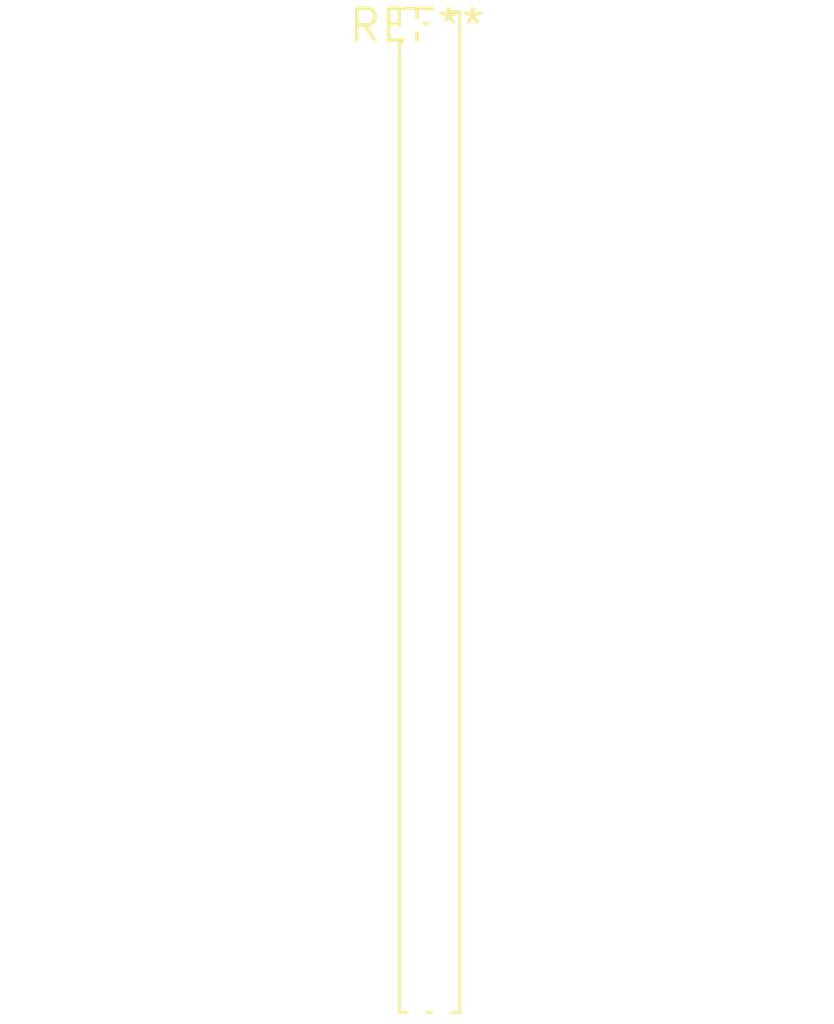
<source format=kicad_pcb>
(kicad_pcb (version 20240108) (generator pcbnew)
  (layers (0 "F.Cu" signal) (31 "B.Cu" signal) (34 "B.Paste" user) (35 "F.Paste" user) (36 "B.SilkS" user "B.Silkscreen") (37 "F.SilkS" user "F.Silkscreen") (38 "B.Mask" user) (39 "F.Mask" user) (44 "Edge.Cuts" user))
  (net 0 "")
  (footprint "PinHeader_2x40_P1.00mm_Vertical" (layer "F.Cu") (at 0 0)
    (property "Reference" "REF**")
    (property "Value" "PinHeader_2x40_P1.00mm_Vertical")
    (fp_line (start -0.71 -0.685) (end 0 -0.685) (layer "F.SilkS") (stroke (width 0.12)))
    (fp_line (start -0.71 0) (end -0.71 -0.685) (layer "F.SilkS") (stroke (width 0.12)))
    (fp_line (start -0.71 0.685) (end -0.71 39.56) (layer "F.SilkS") (stroke (width 0.12)))
    (fp_line (start -0.71 0.685) (end -0.608276 0.685) (layer "F.SilkS") (stroke (width 0.12)))
    (fp_line (start -0.71 39.56) (end -0.394493 39.56) (layer "F.SilkS") (stroke (width 0.12)))
    (fp_line (start 0.394493 39.56) (end 0.605507 39.56) (layer "F.SilkS") (stroke (width 0.12)))
    (fp_line (start 1.394493 -0.56) (end 1.71 -0.56) (layer "F.SilkS") (stroke (width 0.12)))
    (fp_line (start 1.394493 39.56) (end 1.71 39.56) (layer "F.SilkS") (stroke (width 0.12)))
    (fp_line (start 1.71 -0.56) (end 1.71 39.56) (layer "F.SilkS") (stroke (width 0.12)))
    (pad "1" thru_hole rect (at 0 0) (size 0.85 0.85) (drill 0.5) (layers *.Cu *.Mask) (remove_unused_layers))
    (pad "2" thru_hole oval (at 1 0) (size 0.85 0.85) (drill 0.5) (layers *.Cu *.Mask) (remove_unused_layers))
    (pad "3" thru_hole oval (at 0 1) (size 0.85 0.85) (drill 0.5) (layers *.Cu *.Mask) (remove_unused_layers))
    (pad "4" thru_hole oval (at 1 1) (size 0.85 0.85) (drill 0.5) (layers *.Cu *.Mask) (remove_unused_layers))
    (pad "5" thru_hole oval (at 0 2) (size 0.85 0.85) (drill 0.5) (layers *.Cu *.Mask) (remove_unused_layers))
    (pad "6" thru_hole oval (at 1 2) (size 0.85 0.85) (drill 0.5) (layers *.Cu *.Mask) (remove_unused_layers))
    (pad "7" thru_hole oval (at 0 3) (size 0.85 0.85) (drill 0.5) (layers *.Cu *.Mask) (remove_unused_layers))
    (pad "8" thru_hole oval (at 1 3) (size 0.85 0.85) (drill 0.5) (layers *.Cu *.Mask) (remove_unused_layers))
    (pad "9" thru_hole oval (at 0 4) (size 0.85 0.85) (drill 0.5) (layers *.Cu *.Mask) (remove_unused_layers))
    (pad "10" thru_hole oval (at 1 4) (size 0.85 0.85) (drill 0.5) (layers *.Cu *.Mask) (remove_unused_layers))
    (pad "11" thru_hole oval (at 0 5) (size 0.85 0.85) (drill 0.5) (layers *.Cu *.Mask) (remove_unused_layers))
    (pad "12" thru_hole oval (at 1 5) (size 0.85 0.85) (drill 0.5) (layers *.Cu *.Mask) (remove_unused_layers))
    (pad "13" thru_hole oval (at 0 6) (size 0.85 0.85) (drill 0.5) (layers *.Cu *.Mask) (remove_unused_layers))
    (pad "14" thru_hole oval (at 1 6) (size 0.85 0.85) (drill 0.5) (layers *.Cu *.Mask) (remove_unused_layers))
    (pad "15" thru_hole oval (at 0 7) (size 0.85 0.85) (drill 0.5) (layers *.Cu *.Mask) (remove_unused_layers))
    (pad "16" thru_hole oval (at 1 7) (size 0.85 0.85) (drill 0.5) (layers *.Cu *.Mask) (remove_unused_layers))
    (pad "17" thru_hole oval (at 0 8) (size 0.85 0.85) (drill 0.5) (layers *.Cu *.Mask) (remove_unused_layers))
    (pad "18" thru_hole oval (at 1 8) (size 0.85 0.85) (drill 0.5) (layers *.Cu *.Mask) (remove_unused_layers))
    (pad "19" thru_hole oval (at 0 9) (size 0.85 0.85) (drill 0.5) (layers *.Cu *.Mask) (remove_unused_layers))
    (pad "20" thru_hole oval (at 1 9) (size 0.85 0.85) (drill 0.5) (layers *.Cu *.Mask) (remove_unused_layers))
    (pad "21" thru_hole oval (at 0 10) (size 0.85 0.85) (drill 0.5) (layers *.Cu *.Mask) (remove_unused_layers))
    (pad "22" thru_hole oval (at 1 10) (size 0.85 0.85) (drill 0.5) (layers *.Cu *.Mask) (remove_unused_layers))
    (pad "23" thru_hole oval (at 0 11) (size 0.85 0.85) (drill 0.5) (layers *.Cu *.Mask) (remove_unused_layers))
    (pad "24" thru_hole oval (at 1 11) (size 0.85 0.85) (drill 0.5) (layers *.Cu *.Mask) (remove_unused_layers))
    (pad "25" thru_hole oval (at 0 12) (size 0.85 0.85) (drill 0.5) (layers *.Cu *.Mask) (remove_unused_layers))
    (pad "26" thru_hole oval (at 1 12) (size 0.85 0.85) (drill 0.5) (layers *.Cu *.Mask) (remove_unused_layers))
    (pad "27" thru_hole oval (at 0 13) (size 0.85 0.85) (drill 0.5) (layers *.Cu *.Mask) (remove_unused_layers))
    (pad "28" thru_hole oval (at 1 13) (size 0.85 0.85) (drill 0.5) (layers *.Cu *.Mask) (remove_unused_layers))
    (pad "29" thru_hole oval (at 0 14) (size 0.85 0.85) (drill 0.5) (layers *.Cu *.Mask) (remove_unused_layers))
    (pad "30" thru_hole oval (at 1 14) (size 0.85 0.85) (drill 0.5) (layers *.Cu *.Mask) (remove_unused_layers))
    (pad "31" thru_hole oval (at 0 15) (size 0.85 0.85) (drill 0.5) (layers *.Cu *.Mask) (remove_unused_layers))
    (pad "32" thru_hole oval (at 1 15) (size 0.85 0.85) (drill 0.5) (layers *.Cu *.Mask) (remove_unused_layers))
    (pad "33" thru_hole oval (at 0 16) (size 0.85 0.85) (drill 0.5) (layers *.Cu *.Mask) (remove_unused_layers))
    (pad "34" thru_hole oval (at 1 16) (size 0.85 0.85) (drill 0.5) (layers *.Cu *.Mask) (remove_unused_layers))
    (pad "35" thru_hole oval (at 0 17) (size 0.85 0.85) (drill 0.5) (layers *.Cu *.Mask) (remove_unused_layers))
    (pad "36" thru_hole oval (at 1 17) (size 0.85 0.85) (drill 0.5) (layers *.Cu *.Mask) (remove_unused_layers))
    (pad "37" thru_hole oval (at 0 18) (size 0.85 0.85) (drill 0.5) (layers *.Cu *.Mask) (remove_unused_layers))
    (pad "38" thru_hole oval (at 1 18) (size 0.85 0.85) (drill 0.5) (layers *.Cu *.Mask) (remove_unused_layers))
    (pad "39" thru_hole oval (at 0 19) (size 0.85 0.85) (drill 0.5) (layers *.Cu *.Mask) (remove_unused_layers))
    (pad "40" thru_hole oval (at 1 19) (size 0.85 0.85) (drill 0.5) (layers *.Cu *.Mask) (remove_unused_layers))
    (pad "41" thru_hole oval (at 0 20) (size 0.85 0.85) (drill 0.5) (layers *.Cu *.Mask) (remove_unused_layers))
    (pad "42" thru_hole oval (at 1 20) (size 0.85 0.85) (drill 0.5) (layers *.Cu *.Mask) (remove_unused_layers))
    (pad "43" thru_hole oval (at 0 21) (size 0.85 0.85) (drill 0.5) (layers *.Cu *.Mask) (remove_unused_layers))
    (pad "44" thru_hole oval (at 1 21) (size 0.85 0.85) (drill 0.5) (layers *.Cu *.Mask) (remove_unused_layers))
    (pad "45" thru_hole oval (at 0 22) (size 0.85 0.85) (drill 0.5) (layers *.Cu *.Mask) (remove_unused_layers))
    (pad "46" thru_hole oval (at 1 22) (size 0.85 0.85) (drill 0.5) (layers *.Cu *.Mask) (remove_unused_layers))
    (pad "47" thru_hole oval (at 0 23) (size 0.85 0.85) (drill 0.5) (layers *.Cu *.Mask) (remove_unused_layers))
    (pad "48" thru_hole oval (at 1 23) (size 0.85 0.85) (drill 0.5) (layers *.Cu *.Mask) (remove_unused_layers))
    (pad "49" thru_hole oval (at 0 24) (size 0.85 0.85) (drill 0.5) (layers *.Cu *.Mask) (remove_unused_layers))
    (pad "50" thru_hole oval (at 1 24) (size 0.85 0.85) (drill 0.5) (layers *.Cu *.Mask) (remove_unused_layers))
    (pad "51" thru_hole oval (at 0 25) (size 0.85 0.85) (drill 0.5) (layers *.Cu *.Mask) (remove_unused_layers))
    (pad "52" thru_hole oval (at 1 25) (size 0.85 0.85) (drill 0.5) (layers *.Cu *.Mask) (remove_unused_layers))
    (pad "53" thru_hole oval (at 0 26) (size 0.85 0.85) (drill 0.5) (layers *.Cu *.Mask) (remove_unused_layers))
    (pad "54" thru_hole oval (at 1 26) (size 0.85 0.85) (drill 0.5) (layers *.Cu *.Mask) (remove_unused_layers))
    (pad "55" thru_hole oval (at 0 27) (size 0.85 0.85) (drill 0.5) (layers *.Cu *.Mask) (remove_unused_layers))
    (pad "56" thru_hole oval (at 1 27) (size 0.85 0.85) (drill 0.5) (layers *.Cu *.Mask) (remove_unused_layers))
    (pad "57" thru_hole oval (at 0 28) (size 0.85 0.85) (drill 0.5) (layers *.Cu *.Mask) (remove_unused_layers))
    (pad "58" thru_hole oval (at 1 28) (size 0.85 0.85) (drill 0.5) (layers *.Cu *.Mask) (remove_unused_layers))
    (pad "59" thru_hole oval (at 0 29) (size 0.85 0.85) (drill 0.5) (layers *.Cu *.Mask) (remove_unused_layers))
    (pad "60" thru_hole oval (at 1 29) (size 0.85 0.85) (drill 0.5) (layers *.Cu *.Mask) (remove_unused_layers))
    (pad "61" thru_hole oval (at 0 30) (size 0.85 0.85) (drill 0.5) (layers *.Cu *.Mask) (remove_unused_layers))
    (pad "62" thru_hole oval (at 1 30) (size 0.85 0.85) (drill 0.5) (layers *.Cu *.Mask) (remove_unused_layers))
    (pad "63" thru_hole oval (at 0 31) (size 0.85 0.85) (drill 0.5) (layers *.Cu *.Mask) (remove_unused_layers))
    (pad "64" thru_hole oval (at 1 31) (size 0.85 0.85) (drill 0.5) (layers *.Cu *.Mask) (remove_unused_layers))
    (pad "65" thru_hole oval (at 0 32) (size 0.85 0.85) (drill 0.5) (layers *.Cu *.Mask) (remove_unused_layers))
    (pad "66" thru_hole oval (at 1 32) (size 0.85 0.85) (drill 0.5) (layers *.Cu *.Mask) (remove_unused_layers))
    (pad "67" thru_hole oval (at 0 33) (size 0.85 0.85) (drill 0.5) (layers *.Cu *.Mask) (remove_unused_layers))
    (pad "68" thru_hole oval (at 1 33) (size 0.85 0.85) (drill 0.5) (layers *.Cu *.Mask) (remove_unused_layers))
    (pad "69" thru_hole oval (at 0 34) (size 0.85 0.85) (drill 0.5) (layers *.Cu *.Mask) (remove_unused_layers))
    (pad "70" thru_hole oval (at 1 34) (size 0.85 0.85) (drill 0.5) (layers *.Cu *.Mask) (remove_unused_layers))
    (pad "71" thru_hole oval (at 0 35) (size 0.85 0.85) (drill 0.5) (layers *.Cu *.Mask) (remove_unused_layers))
    (pad "72" thru_hole oval (at 1 35) (size 0.85 0.85) (drill 0.5) (layers *.Cu *.Mask) (remove_unused_layers))
    (pad "73" thru_hole oval (at 0 36) (size 0.85 0.85) (drill 0.5) (layers *.Cu *.Mask) (remove_unused_layers))
    (pad "74" thru_hole oval (at 1 36) (size 0.85 0.85) (drill 0.5) (layers *.Cu *.Mask) (remove_unused_layers))
    (pad "75" thru_hole oval (at 0 37) (size 0.85 0.85) (drill 0.5) (layers *.Cu *.Mask) (remove_unused_layers))
    (pad "76" thru_hole oval (at 1 37) (size 0.85 0.85) (drill 0.5) (layers *.Cu *.Mask) (remove_unused_layers))
    (pad "77" thru_hole oval (at 0 38) (size 0.85 0.85) (drill 0.5) (layers *.Cu *.Mask) (remove_unused_layers))
    (pad "78" thru_hole oval (at 1 38) (size 0.85 0.85) (drill 0.5) (layers *.Cu *.Mask) (remove_unused_layers))
    (pad "79" thru_hole oval (at 0 39) (size 0.85 0.85) (drill 0.5) (layers *.Cu *.Mask) (remove_unused_layers))
    (pad "80" thru_hole oval (at 1 39) (size 0.85 0.85) (drill 0.5) (layers *.Cu *.Mask) (remove_unused_layers))
  )
)
</source>
